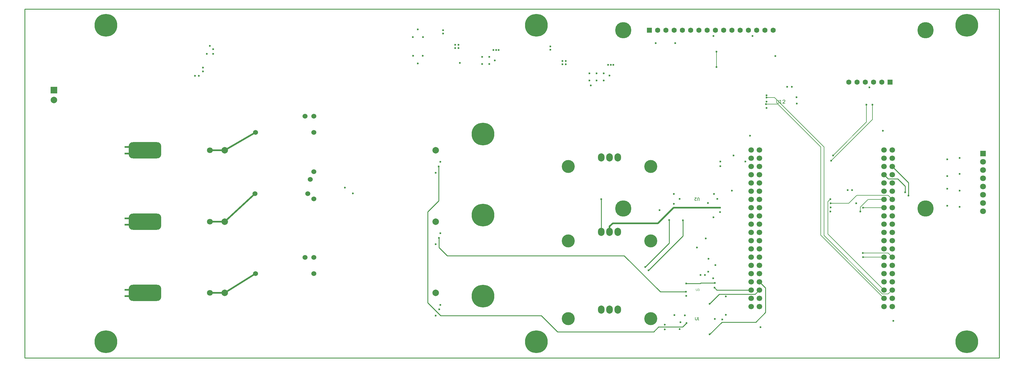
<source format=gbl>
G04 Layer_Physical_Order=4*
G04 Layer_Color=11796480*
%FSLAX43Y43*%
%MOMM*%
G71*
G01*
G75*
%ADD20C,2.000*%
%ADD28C,0.250*%
%ADD29C,0.200*%
%ADD30C,0.150*%
%ADD31C,0.500*%
%ADD35C,0.254*%
%ADD36C,0.178*%
%ADD37C,0.100*%
%ADD38O,2.000X2.500*%
%ADD39C,7.000*%
%ADD40C,1.524*%
%ADD41C,1.800*%
%ADD42C,1.600*%
%ADD43R,1.600X1.600*%
%ADD44C,1.700*%
%ADD45C,4.000*%
%ADD46R,2.000X2.000*%
%ADD47R,1.800X1.800*%
%ADD48C,5.000*%
%ADD49C,0.600*%
G04:AMPARAMS|DCode=66|XSize=10mm|YSize=5mm|CornerRadius=1.25mm|HoleSize=0mm|Usage=FLASHONLY|Rotation=180.000|XOffset=0mm|YOffset=0mm|HoleType=Round|Shape=RoundedRectangle|*
%AMROUNDEDRECTD66*
21,1,10.000,2.500,0,0,180.0*
21,1,7.500,5.000,0,0,180.0*
1,1,2.500,-3.750,1.250*
1,1,2.500,3.750,1.250*
1,1,2.500,3.750,-1.250*
1,1,2.500,-3.750,-1.250*
%
%ADD66ROUNDEDRECTD66*%
D20*
X126500Y64000D02*
D03*
X61500D02*
D03*
X9000Y79500D02*
D03*
X126500Y20000D02*
D03*
X61500D02*
D03*
X126500Y42000D02*
D03*
X61500D02*
D03*
D28*
X195100Y9500D02*
X202500D01*
X193600Y8000D02*
X195100Y9500D01*
X202500D02*
X203730Y10730D01*
X164000Y8000D02*
X193600D01*
X159000Y13000D02*
X164000Y8000D01*
X128000Y13000D02*
X159000D01*
X192000Y27000D02*
X202600Y37600D01*
Y42400D01*
X191000Y28000D02*
X198400Y35400D01*
Y42500D01*
X177450Y38800D02*
Y48950D01*
X272000Y50000D02*
Y54020D01*
X195635Y20365D02*
X203535D01*
X184500Y31500D02*
X195635Y20365D01*
X212300Y21635D02*
X213015Y20920D01*
X203600Y22900D02*
X207900D01*
X208100Y23100D01*
X212400D01*
X213750Y19600D02*
X224780D01*
X210825Y16675D02*
X213750Y19600D01*
X214600Y11000D02*
X225000D01*
X210825Y7225D02*
X214600Y11000D01*
X124000Y17000D02*
X128000Y13000D01*
X124000Y17000D02*
Y45000D01*
X130000Y31500D02*
X184500D01*
X127475Y34025D02*
X130000Y31500D01*
X124000Y45000D02*
X127425Y48425D01*
Y58975D01*
X127475Y34025D02*
Y36975D01*
X213015Y20920D02*
X223560D01*
X224780Y19600D02*
X226100Y20920D01*
X225000Y11000D02*
X228000Y14000D01*
Y21560D01*
X226100Y23460D02*
X228000Y21560D01*
X264460Y56480D02*
X265740Y55200D01*
X268700D01*
X271000Y52900D01*
Y51000D02*
Y52900D01*
X267000Y59020D02*
X272000Y54020D01*
D29*
X212950Y89650D02*
Y94350D01*
D30*
X231800Y78200D02*
X245000Y65000D01*
X228200Y78200D02*
X231800D01*
X230800Y80200D02*
X246000Y65000D01*
X228300Y80200D02*
X230800D01*
X260900Y73500D02*
Y78000D01*
X259100Y72700D02*
Y78000D01*
X248200Y60800D02*
X260900Y73500D01*
X248800Y62400D02*
X259100Y72700D01*
X246000Y37700D02*
Y65000D01*
Y37700D02*
X264000Y19700D01*
X265780D01*
X267000Y20920D01*
X258020Y31080D02*
X264460D01*
X245000Y37840D02*
Y65000D01*
X256100Y50100D02*
X265760D01*
X253635Y47635D02*
X256100Y50100D01*
X248035Y47635D02*
X253635D01*
X247200Y48110D02*
X247995Y48905D01*
X247200Y38180D02*
Y48110D01*
Y38180D02*
X264460Y20920D01*
X265760Y50100D02*
X267000Y48860D01*
X259560D02*
X264460D01*
X257195Y46495D02*
X259560Y48860D01*
X257195Y45095D02*
Y46495D01*
X258020Y46320D02*
X264460D01*
X245000Y37840D02*
X264460Y18380D01*
X258000Y32300D02*
X265780D01*
X267000Y31080D01*
X207575Y48525D02*
Y49192D01*
X207442Y49325D01*
X207175D01*
X207042Y49192D01*
Y48525D01*
X206242Y49325D02*
X206775D01*
X206242Y48792D01*
Y48659D01*
X206375Y48525D01*
X206642D01*
X206775Y48659D01*
X206425Y12475D02*
Y11808D01*
X206558Y11675D01*
X206825D01*
X206958Y11808D01*
Y12475D01*
X207225Y11675D02*
X207491D01*
X207358D01*
Y12475D01*
X207225Y12341D01*
D31*
X199700Y46300D02*
X214000D01*
X194900Y41500D02*
X199700Y46300D01*
X181000Y41500D02*
X194900D01*
X180000Y40500D02*
X181000Y41500D01*
X180000Y38800D02*
Y40500D01*
X31000Y19000D02*
X36000D01*
X37000Y20000D01*
X36000Y21000D02*
X37000Y20000D01*
X31000Y21000D02*
X36000D01*
X31000Y41000D02*
X36000D01*
X37000Y42000D01*
X36000Y43000D02*
X37000Y42000D01*
X31000Y43000D02*
X36000D01*
X31000Y63000D02*
X36000D01*
X37000Y64000D01*
X36000Y65000D02*
X37000Y64000D01*
X31000Y65000D02*
X36000D01*
X61500Y64000D02*
X71000Y69500D01*
X61500Y20000D02*
X71000Y26000D01*
X57000Y64000D02*
X61500Y64000D01*
Y42000D02*
X70890Y50570D01*
X57000Y42000D02*
X61500Y42000D01*
X61500Y20000D02*
X61500Y20000D01*
X57000Y20000D02*
X61500D01*
D35*
X0Y0D02*
Y107500D01*
X300000D01*
Y0D02*
Y107500D01*
X0Y0D02*
X300000D01*
D36*
X231476Y79508D02*
Y78661D01*
X231645Y78492D01*
X231984D01*
X232153Y78661D01*
Y79508D01*
X232492Y78492D02*
X232830D01*
X232661D01*
Y79508D01*
X232492Y79338D01*
X234015Y78492D02*
X233338D01*
X234015Y79169D01*
Y79338D01*
X233846Y79508D01*
X233507D01*
X233338Y79338D01*
D37*
X206603Y21346D02*
Y20846D01*
X206703Y20746D01*
X206903D01*
X207003Y20846D01*
Y21346D01*
X207203Y21246D02*
X207303Y21346D01*
X207503D01*
X207603Y21246D01*
Y21146D01*
X207503Y21046D01*
X207403D01*
X207503D01*
X207603Y20946D01*
Y20846D01*
X207503Y20746D01*
X207303D01*
X207203Y20846D01*
D38*
X182550Y61800D02*
D03*
X180000D02*
D03*
X177450D02*
D03*
X182550Y14900D02*
D03*
X180000D02*
D03*
X177450D02*
D03*
X182550Y38800D02*
D03*
X180000D02*
D03*
X177450D02*
D03*
D39*
X141000Y44000D02*
D03*
Y69000D02*
D03*
X157500Y5000D02*
D03*
X141000Y19000D02*
D03*
X290000Y5000D02*
D03*
Y102500D02*
D03*
X25000Y5000D02*
D03*
Y102500D02*
D03*
X157500D02*
D03*
D40*
X86250Y74500D02*
D03*
X89000Y69500D02*
D03*
Y74500D02*
D03*
X71000Y69500D02*
D03*
X70890Y50570D02*
D03*
X89000Y57380D02*
D03*
X87120Y50570D02*
D03*
X87880Y54970D02*
D03*
X89000Y49000D02*
D03*
X71000Y26000D02*
D03*
X89000Y31000D02*
D03*
Y26000D02*
D03*
X86250Y31000D02*
D03*
D41*
X57000Y64000D02*
D03*
X295000Y60460D02*
D03*
Y57920D02*
D03*
Y55380D02*
D03*
Y52840D02*
D03*
Y50300D02*
D03*
Y47760D02*
D03*
Y45220D02*
D03*
X57000Y20000D02*
D03*
Y42000D02*
D03*
D42*
X256190Y85000D02*
D03*
X261270D02*
D03*
X263810D02*
D03*
X258730D02*
D03*
X253650D02*
D03*
X230350Y101000D02*
D03*
X225270D02*
D03*
X220190D02*
D03*
X217650D02*
D03*
X212570D02*
D03*
X207490D02*
D03*
X202410D02*
D03*
X197330D02*
D03*
X194790D02*
D03*
X199870D02*
D03*
X204950D02*
D03*
X210030D02*
D03*
X215110D02*
D03*
X222730D02*
D03*
X227810D02*
D03*
D43*
X266350Y85000D02*
D03*
X192250Y101000D02*
D03*
D44*
X264460Y64100D02*
D03*
Y61560D02*
D03*
Y59020D02*
D03*
Y56480D02*
D03*
Y53940D02*
D03*
Y51400D02*
D03*
Y48860D02*
D03*
Y46320D02*
D03*
Y43780D02*
D03*
Y41240D02*
D03*
Y38700D02*
D03*
Y36160D02*
D03*
Y33620D02*
D03*
Y31080D02*
D03*
Y28540D02*
D03*
Y26000D02*
D03*
Y23460D02*
D03*
Y20920D02*
D03*
Y18380D02*
D03*
Y15840D02*
D03*
X267000Y64100D02*
D03*
Y61560D02*
D03*
Y59020D02*
D03*
Y56480D02*
D03*
Y53940D02*
D03*
Y51400D02*
D03*
Y48860D02*
D03*
Y46320D02*
D03*
Y43780D02*
D03*
Y41240D02*
D03*
Y38700D02*
D03*
Y36160D02*
D03*
Y33620D02*
D03*
Y31080D02*
D03*
Y28540D02*
D03*
Y26000D02*
D03*
Y23460D02*
D03*
Y20920D02*
D03*
Y18380D02*
D03*
Y15840D02*
D03*
X226100D02*
D03*
Y18380D02*
D03*
Y20920D02*
D03*
Y23460D02*
D03*
Y26000D02*
D03*
Y28540D02*
D03*
Y31080D02*
D03*
Y33620D02*
D03*
Y36160D02*
D03*
Y38700D02*
D03*
Y41240D02*
D03*
Y43780D02*
D03*
Y46320D02*
D03*
Y48860D02*
D03*
Y51400D02*
D03*
Y53940D02*
D03*
Y56480D02*
D03*
Y59020D02*
D03*
Y61560D02*
D03*
Y64100D02*
D03*
X223560Y15840D02*
D03*
Y18380D02*
D03*
Y20920D02*
D03*
Y23460D02*
D03*
Y26000D02*
D03*
Y28540D02*
D03*
Y31080D02*
D03*
Y33620D02*
D03*
Y36160D02*
D03*
Y38700D02*
D03*
Y41240D02*
D03*
Y43780D02*
D03*
Y46320D02*
D03*
Y48860D02*
D03*
Y51400D02*
D03*
Y53940D02*
D03*
Y56480D02*
D03*
Y59020D02*
D03*
Y61560D02*
D03*
Y64100D02*
D03*
D45*
X192700Y12100D02*
D03*
X167300D02*
D03*
X192700Y59000D02*
D03*
X167300D02*
D03*
X192700Y36000D02*
D03*
X167300D02*
D03*
D46*
X9000Y82500D02*
D03*
D47*
X295000Y63000D02*
D03*
D48*
X277270Y46000D02*
D03*
X184250Y101000D02*
D03*
X277250D02*
D03*
X184250Y46000D02*
D03*
D49*
X132500Y96500D02*
D03*
X133500D02*
D03*
X132500Y95500D02*
D03*
X133500D02*
D03*
X165500Y91500D02*
D03*
X166500D02*
D03*
X165500Y90500D02*
D03*
X166500D02*
D03*
X174200Y84000D02*
D03*
X212950Y94350D02*
D03*
Y89650D02*
D03*
X228200Y78200D02*
D03*
X228300Y80200D02*
D03*
X192000Y27000D02*
D03*
X191000Y28000D02*
D03*
X177450Y48950D02*
D03*
X272000Y50000D02*
D03*
X260000Y83400D02*
D03*
X212000Y99200D02*
D03*
X224000D02*
D03*
X194200Y97000D02*
D03*
X231000Y93000D02*
D03*
X200200Y97000D02*
D03*
X267330Y11430D02*
D03*
X226430Y9430D02*
D03*
X264130Y69970D02*
D03*
X237650Y78350D02*
D03*
X237600Y80300D02*
D03*
X228350Y80950D02*
D03*
X228300Y79000D02*
D03*
X228350Y77050D02*
D03*
X234700Y83500D02*
D03*
X236100Y83500D02*
D03*
X223230Y68430D02*
D03*
X255965Y47635D02*
D03*
X248035Y46365D02*
D03*
X248005Y45095D02*
D03*
X253300Y51700D02*
D03*
X254700D02*
D03*
X221830Y60470D02*
D03*
X218130Y62370D02*
D03*
X214130Y60470D02*
D03*
X214130Y59070D02*
D03*
X31000Y19000D02*
D03*
Y21000D02*
D03*
Y41000D02*
D03*
Y43000D02*
D03*
Y63000D02*
D03*
Y65000D02*
D03*
X161800Y96000D02*
D03*
Y95000D02*
D03*
X128800Y101000D02*
D03*
Y100000D02*
D03*
X121000Y101200D02*
D03*
X122575Y98875D02*
D03*
X119425D02*
D03*
X121000Y90700D02*
D03*
X122475Y93125D02*
D03*
X119525D02*
D03*
X144700Y91700D02*
D03*
X140800Y90600D02*
D03*
Y92800D02*
D03*
X143000Y90600D02*
D03*
Y92800D02*
D03*
X180000Y87000D02*
D03*
X178200Y85500D02*
D03*
Y87700D02*
D03*
X173800Y85500D02*
D03*
Y87700D02*
D03*
X176000Y85500D02*
D03*
Y87700D02*
D03*
X209600Y36800D02*
D03*
X217700Y51500D02*
D03*
X203605Y19095D02*
D03*
X203535Y20365D02*
D03*
X198400Y42500D02*
D03*
X202600Y42400D02*
D03*
X195400Y45500D02*
D03*
X203730Y10730D02*
D03*
X203200Y13100D02*
D03*
X201600Y8900D02*
D03*
X197000Y8800D02*
D03*
X197000Y10200D02*
D03*
X200000Y13200D02*
D03*
X201800Y11000D02*
D03*
X203600Y22900D02*
D03*
X212400Y23100D02*
D03*
X214700Y11800D02*
D03*
X212300Y21635D02*
D03*
X215800Y18900D02*
D03*
X210825Y16675D02*
D03*
Y7225D02*
D03*
X215800Y13300D02*
D03*
X212400Y12000D02*
D03*
X206900Y34000D02*
D03*
X209400Y25500D02*
D03*
X211900Y24500D02*
D03*
X210400Y26600D02*
D03*
X212600Y28600D02*
D03*
X210500Y30500D02*
D03*
X208000Y25500D02*
D03*
X199800Y47500D02*
D03*
X201600Y49000D02*
D03*
X210270Y47730D02*
D03*
X212000Y43300D02*
D03*
X214000Y44900D02*
D03*
X214000Y46300D02*
D03*
X213200Y49000D02*
D03*
X212200Y50500D02*
D03*
X199800Y50500D02*
D03*
X127425Y58975D02*
D03*
X127575Y14975D02*
D03*
X127475Y36975D02*
D03*
X101000Y50700D02*
D03*
X98500Y52500D02*
D03*
X126475Y13025D02*
D03*
X127900Y16300D02*
D03*
Y38400D02*
D03*
X126475Y35025D02*
D03*
X126475Y57025D02*
D03*
X127900Y60400D02*
D03*
X58000Y95100D02*
D03*
X56990Y96190D02*
D03*
X58000Y93700D02*
D03*
X56000D02*
D03*
X54810Y89490D02*
D03*
X53610Y86890D02*
D03*
X52410D02*
D03*
X54810Y88290D02*
D03*
X260900Y78000D02*
D03*
X248200Y60800D02*
D03*
X248800Y62400D02*
D03*
X259100Y78000D02*
D03*
X181200Y90300D02*
D03*
X179600D02*
D03*
X180400D02*
D03*
X145900Y94900D02*
D03*
X145100D02*
D03*
X144300D02*
D03*
X133900Y90900D02*
D03*
X258020Y31080D02*
D03*
X248035Y47635D02*
D03*
X247995Y48905D02*
D03*
X257195Y45095D02*
D03*
X258020Y46320D02*
D03*
X258000Y32300D02*
D03*
X271000Y51000D02*
D03*
X284000Y61200D02*
D03*
Y56000D02*
D03*
Y52100D02*
D03*
Y46900D02*
D03*
X287800Y61600D02*
D03*
Y56700D02*
D03*
Y51500D02*
D03*
Y46500D02*
D03*
D66*
X37000Y64000D02*
D03*
Y20000D02*
D03*
Y42000D02*
D03*
M02*

</source>
